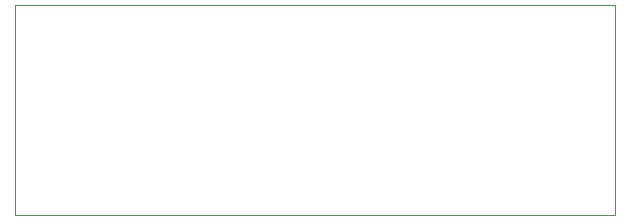
<source format=gbp>
G75*
%MOIN*%
%OFA0B0*%
%FSLAX25Y25*%
%IPPOS*%
%LPD*%
%AMOC8*
5,1,8,0,0,1.08239X$1,22.5*
%
%ADD10C,0.00000*%
D10*
X0027595Y0221800D02*
X0027595Y0291800D01*
X0227595Y0291800D01*
X0227595Y0221800D01*
X0027595Y0221800D01*
M02*

</source>
